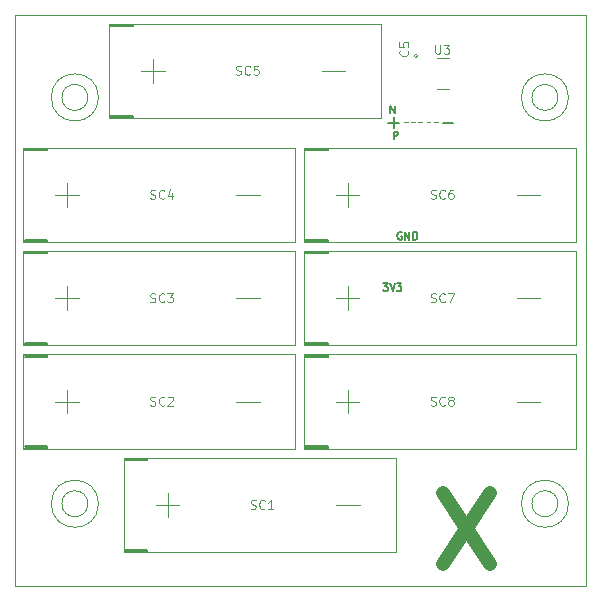
<source format=gbr>
%TF.GenerationSoftware,KiCad,Pcbnew,5.0.2-bee76a0~70~ubuntu18.04.1*%
%TF.CreationDate,2020-02-29T13:17:30-08:00*%
%TF.ProjectId,SolarCellX_v3,536f6c61-7243-4656-9c6c-585f76332e6b,rev?*%
%TF.SameCoordinates,Original*%
%TF.FileFunction,Legend,Top*%
%TF.FilePolarity,Positive*%
%FSLAX46Y46*%
G04 Gerber Fmt 4.6, Leading zero omitted, Abs format (unit mm)*
G04 Created by KiCad (PCBNEW 5.0.2-bee76a0~70~ubuntu18.04.1) date Sat 29 Feb 2020 01:17:30 PM PST*
%MOMM*%
%LPD*%
G01*
G04 APERTURE LIST*
%ADD10C,1.200000*%
%ADD11C,0.127000*%
%ADD12C,0.203200*%
%ADD13C,0.120000*%
%ADD14C,0.050000*%
%ADD15C,0.101600*%
%ADD16C,0.100000*%
G04 APERTURE END LIST*
D10*
X126250000Y-80464285D02*
X130250000Y-86464285D01*
X130250000Y-80464285D02*
X126250000Y-86464285D01*
D11*
X121213809Y-62752261D02*
X121606904Y-62752261D01*
X121395238Y-62994166D01*
X121485952Y-62994166D01*
X121546428Y-63024404D01*
X121576666Y-63054642D01*
X121606904Y-63115119D01*
X121606904Y-63266309D01*
X121576666Y-63326785D01*
X121546428Y-63357023D01*
X121485952Y-63387261D01*
X121304523Y-63387261D01*
X121244047Y-63357023D01*
X121213809Y-63326785D01*
X121788333Y-62752261D02*
X122000000Y-63387261D01*
X122211666Y-62752261D01*
X122362857Y-62752261D02*
X122755952Y-62752261D01*
X122544285Y-62994166D01*
X122635000Y-62994166D01*
X122695476Y-63024404D01*
X122725714Y-63054642D01*
X122755952Y-63115119D01*
X122755952Y-63266309D01*
X122725714Y-63326785D01*
X122695476Y-63357023D01*
X122635000Y-63387261D01*
X122453571Y-63387261D01*
X122393095Y-63357023D01*
X122362857Y-63326785D01*
X122766190Y-58432500D02*
X122705714Y-58402261D01*
X122615000Y-58402261D01*
X122524285Y-58432500D01*
X122463809Y-58492976D01*
X122433571Y-58553452D01*
X122403333Y-58674404D01*
X122403333Y-58765119D01*
X122433571Y-58886071D01*
X122463809Y-58946547D01*
X122524285Y-59007023D01*
X122615000Y-59037261D01*
X122675476Y-59037261D01*
X122766190Y-59007023D01*
X122796428Y-58976785D01*
X122796428Y-58765119D01*
X122675476Y-58765119D01*
X123068571Y-59037261D02*
X123068571Y-58402261D01*
X123431428Y-59037261D01*
X123431428Y-58402261D01*
X123733809Y-59037261D02*
X123733809Y-58402261D01*
X123885000Y-58402261D01*
X123975714Y-58432500D01*
X124036190Y-58492976D01*
X124066428Y-58553452D01*
X124096666Y-58674404D01*
X124096666Y-58765119D01*
X124066428Y-58886071D01*
X124036190Y-58946547D01*
X123975714Y-59007023D01*
X123885000Y-59037261D01*
X123733809Y-59037261D01*
D12*
X126281571Y-49127642D02*
X127152428Y-49127642D01*
D11*
X122083690Y-50537261D02*
X122083690Y-49902261D01*
X122325595Y-49902261D01*
X122386071Y-49932500D01*
X122416309Y-49962738D01*
X122446547Y-50023214D01*
X122446547Y-50113928D01*
X122416309Y-50174404D01*
X122386071Y-50204642D01*
X122325595Y-50234880D01*
X122083690Y-50234880D01*
X122181428Y-47712738D02*
X122181428Y-48347738D01*
X121818571Y-47712738D01*
X121818571Y-48347738D01*
D12*
X121646071Y-49127642D02*
X122516928Y-49127642D01*
X122081500Y-49563071D02*
X122081500Y-48692214D01*
D13*
X123288000Y-49109500D02*
X122970500Y-49109500D01*
X124494500Y-49109500D02*
X124177000Y-49109500D01*
X123542000Y-49109500D02*
X123859500Y-49109500D01*
X124875500Y-49109500D02*
X125193000Y-49109500D01*
X125828000Y-49109500D02*
X125510500Y-49109500D01*
D14*
X96200000Y-47000000D02*
G75*
G03X96200000Y-47000000I-1100000J0D01*
G01*
X97100000Y-81400000D02*
G75*
G03X97100000Y-81400000I-2000000J0D01*
G01*
X136900000Y-81400000D02*
G75*
G03X136900000Y-81400000I-2000000J0D01*
G01*
X136900000Y-47000000D02*
G75*
G03X136900000Y-47000000I-2000000J0D01*
G01*
X97100000Y-47000000D02*
G75*
G03X97100000Y-47000000I-2000000J0D01*
G01*
X96200000Y-81400000D02*
G75*
G03X96200000Y-81400000I-1100000J0D01*
G01*
X136000000Y-81400000D02*
G75*
G03X136000000Y-81400000I-1100000J0D01*
G01*
X136000000Y-47000000D02*
G75*
G03X136000000Y-47000000I-1100000J0D01*
G01*
X90000000Y-88400000D02*
X138400000Y-88400000D01*
X90000000Y-88400000D02*
X90000000Y-40000000D01*
X138400000Y-40000000D02*
X138400000Y-88400000D01*
X90000000Y-40000000D02*
X138400000Y-40000000D01*
D12*
X101250000Y-77600000D02*
X99350000Y-77600000D01*
X101250000Y-77600000D02*
X101250000Y-77700000D01*
X101250000Y-77700000D02*
X99350000Y-77700000D01*
X101250000Y-85300000D02*
X101250000Y-85400000D01*
X101250000Y-85400000D02*
X99350000Y-85400000D01*
X101250000Y-85300000D02*
X99350000Y-85300000D01*
D13*
X117250000Y-81500000D02*
X119250000Y-81500000D01*
X101950000Y-81500000D02*
X103950000Y-81500000D01*
X102950000Y-80500000D02*
X102950000Y-82500000D01*
X99250000Y-85500000D02*
X99250000Y-77500000D01*
X122250000Y-85500000D02*
X99250000Y-85500000D01*
X122250000Y-77500000D02*
X122250000Y-85500000D01*
X99250000Y-77500000D02*
X122250000Y-77500000D01*
X114500000Y-68750000D02*
X137500000Y-68750000D01*
X137500000Y-68750000D02*
X137500000Y-76750000D01*
X137500000Y-76750000D02*
X114500000Y-76750000D01*
X114500000Y-76750000D02*
X114500000Y-68750000D01*
X118200000Y-71750000D02*
X118200000Y-73750000D01*
X117200000Y-72750000D02*
X119200000Y-72750000D01*
X132500000Y-72750000D02*
X134500000Y-72750000D01*
D12*
X116500000Y-76550000D02*
X114600000Y-76550000D01*
X116500000Y-76650000D02*
X114600000Y-76650000D01*
X116500000Y-76550000D02*
X116500000Y-76650000D01*
X116500000Y-68950000D02*
X114600000Y-68950000D01*
X116500000Y-68850000D02*
X116500000Y-68950000D01*
X116500000Y-68850000D02*
X114600000Y-68850000D01*
X116500000Y-60100000D02*
X114600000Y-60100000D01*
X116500000Y-60100000D02*
X116500000Y-60200000D01*
X116500000Y-60200000D02*
X114600000Y-60200000D01*
X116500000Y-67800000D02*
X116500000Y-67900000D01*
X116500000Y-67900000D02*
X114600000Y-67900000D01*
X116500000Y-67800000D02*
X114600000Y-67800000D01*
D13*
X132500000Y-64000000D02*
X134500000Y-64000000D01*
X117200000Y-64000000D02*
X119200000Y-64000000D01*
X118200000Y-63000000D02*
X118200000Y-65000000D01*
X114500000Y-68000000D02*
X114500000Y-60000000D01*
X137500000Y-68000000D02*
X114500000Y-68000000D01*
X137500000Y-60000000D02*
X137500000Y-68000000D01*
X114500000Y-60000000D02*
X137500000Y-60000000D01*
D12*
X116500000Y-51350000D02*
X114600000Y-51350000D01*
X116500000Y-51350000D02*
X116500000Y-51450000D01*
X116500000Y-51450000D02*
X114600000Y-51450000D01*
X116500000Y-59050000D02*
X116500000Y-59150000D01*
X116500000Y-59150000D02*
X114600000Y-59150000D01*
X116500000Y-59050000D02*
X114600000Y-59050000D01*
D13*
X132500000Y-55250000D02*
X134500000Y-55250000D01*
X117200000Y-55250000D02*
X119200000Y-55250000D01*
X118200000Y-54250000D02*
X118200000Y-56250000D01*
X114500000Y-59250000D02*
X114500000Y-51250000D01*
X137500000Y-59250000D02*
X114500000Y-59250000D01*
X137500000Y-51250000D02*
X137500000Y-59250000D01*
X114500000Y-51250000D02*
X137500000Y-51250000D01*
D12*
X100000000Y-40850000D02*
X98100000Y-40850000D01*
X100000000Y-40850000D02*
X100000000Y-40950000D01*
X100000000Y-40950000D02*
X98100000Y-40950000D01*
X100000000Y-48550000D02*
X100000000Y-48650000D01*
X100000000Y-48650000D02*
X98100000Y-48650000D01*
X100000000Y-48550000D02*
X98100000Y-48550000D01*
D13*
X116000000Y-44750000D02*
X118000000Y-44750000D01*
X100700000Y-44750000D02*
X102700000Y-44750000D01*
X101700000Y-43750000D02*
X101700000Y-45750000D01*
X98000000Y-48750000D02*
X98000000Y-40750000D01*
X121000000Y-48750000D02*
X98000000Y-48750000D01*
X121000000Y-40750000D02*
X121000000Y-48750000D01*
X98000000Y-40750000D02*
X121000000Y-40750000D01*
D12*
X92750000Y-51350000D02*
X90850000Y-51350000D01*
X92750000Y-51350000D02*
X92750000Y-51450000D01*
X92750000Y-51450000D02*
X90850000Y-51450000D01*
X92750000Y-59050000D02*
X92750000Y-59150000D01*
X92750000Y-59150000D02*
X90850000Y-59150000D01*
X92750000Y-59050000D02*
X90850000Y-59050000D01*
D13*
X108750000Y-55250000D02*
X110750000Y-55250000D01*
X93450000Y-55250000D02*
X95450000Y-55250000D01*
X94450000Y-54250000D02*
X94450000Y-56250000D01*
X90750000Y-59250000D02*
X90750000Y-51250000D01*
X113750000Y-59250000D02*
X90750000Y-59250000D01*
X113750000Y-51250000D02*
X113750000Y-59250000D01*
X90750000Y-51250000D02*
X113750000Y-51250000D01*
D12*
X92750000Y-60100000D02*
X90850000Y-60100000D01*
X92750000Y-60100000D02*
X92750000Y-60200000D01*
X92750000Y-60200000D02*
X90850000Y-60200000D01*
X92750000Y-67800000D02*
X92750000Y-67900000D01*
X92750000Y-67900000D02*
X90850000Y-67900000D01*
X92750000Y-67800000D02*
X90850000Y-67800000D01*
D13*
X108750000Y-64000000D02*
X110750000Y-64000000D01*
X93450000Y-64000000D02*
X95450000Y-64000000D01*
X94450000Y-63000000D02*
X94450000Y-65000000D01*
X90750000Y-68000000D02*
X90750000Y-60000000D01*
X113750000Y-68000000D02*
X90750000Y-68000000D01*
X113750000Y-60000000D02*
X113750000Y-68000000D01*
X90750000Y-60000000D02*
X113750000Y-60000000D01*
D12*
X92750000Y-68850000D02*
X90850000Y-68850000D01*
X92750000Y-68850000D02*
X92750000Y-68950000D01*
X92750000Y-68950000D02*
X90850000Y-68950000D01*
X92750000Y-76550000D02*
X92750000Y-76650000D01*
X92750000Y-76650000D02*
X90850000Y-76650000D01*
X92750000Y-76550000D02*
X90850000Y-76550000D01*
D13*
X108750000Y-72750000D02*
X110750000Y-72750000D01*
X93450000Y-72750000D02*
X95450000Y-72750000D01*
X94450000Y-71750000D02*
X94450000Y-73750000D01*
X90750000Y-76750000D02*
X90750000Y-68750000D01*
X113750000Y-76750000D02*
X90750000Y-76750000D01*
X113750000Y-68750000D02*
X113750000Y-76750000D01*
X90750000Y-68750000D02*
X113750000Y-68750000D01*
D15*
X123950000Y-43500000D02*
G75*
G02X124050000Y-43500000I50000J0D01*
G01*
X124050000Y-43500000D02*
G75*
G02X123950000Y-43500000I-50000J0D01*
G01*
D16*
X123850000Y-43500000D02*
G75*
G02X124150000Y-43500000I150000J0D01*
G01*
X124150000Y-43500000D02*
G75*
G02X123850000Y-43500000I-150000J0D01*
G01*
X125750000Y-46300000D02*
X126750000Y-46307000D01*
X125750000Y-43700000D02*
X126750000Y-43697000D01*
D15*
X109988428Y-81808428D02*
X110097285Y-81844714D01*
X110278714Y-81844714D01*
X110351285Y-81808428D01*
X110387571Y-81772142D01*
X110423857Y-81699571D01*
X110423857Y-81627000D01*
X110387571Y-81554428D01*
X110351285Y-81518142D01*
X110278714Y-81481857D01*
X110133571Y-81445571D01*
X110061000Y-81409285D01*
X110024714Y-81373000D01*
X109988428Y-81300428D01*
X109988428Y-81227857D01*
X110024714Y-81155285D01*
X110061000Y-81119000D01*
X110133571Y-81082714D01*
X110315000Y-81082714D01*
X110423857Y-81119000D01*
X111185857Y-81772142D02*
X111149571Y-81808428D01*
X111040714Y-81844714D01*
X110968142Y-81844714D01*
X110859285Y-81808428D01*
X110786714Y-81735857D01*
X110750428Y-81663285D01*
X110714142Y-81518142D01*
X110714142Y-81409285D01*
X110750428Y-81264142D01*
X110786714Y-81191571D01*
X110859285Y-81119000D01*
X110968142Y-81082714D01*
X111040714Y-81082714D01*
X111149571Y-81119000D01*
X111185857Y-81155285D01*
X111911571Y-81844714D02*
X111476142Y-81844714D01*
X111693857Y-81844714D02*
X111693857Y-81082714D01*
X111621285Y-81191571D01*
X111548714Y-81264142D01*
X111476142Y-81300428D01*
X125238428Y-73058428D02*
X125347285Y-73094714D01*
X125528714Y-73094714D01*
X125601285Y-73058428D01*
X125637571Y-73022142D01*
X125673857Y-72949571D01*
X125673857Y-72877000D01*
X125637571Y-72804428D01*
X125601285Y-72768142D01*
X125528714Y-72731857D01*
X125383571Y-72695571D01*
X125311000Y-72659285D01*
X125274714Y-72623000D01*
X125238428Y-72550428D01*
X125238428Y-72477857D01*
X125274714Y-72405285D01*
X125311000Y-72369000D01*
X125383571Y-72332714D01*
X125565000Y-72332714D01*
X125673857Y-72369000D01*
X126435857Y-73022142D02*
X126399571Y-73058428D01*
X126290714Y-73094714D01*
X126218142Y-73094714D01*
X126109285Y-73058428D01*
X126036714Y-72985857D01*
X126000428Y-72913285D01*
X125964142Y-72768142D01*
X125964142Y-72659285D01*
X126000428Y-72514142D01*
X126036714Y-72441571D01*
X126109285Y-72369000D01*
X126218142Y-72332714D01*
X126290714Y-72332714D01*
X126399571Y-72369000D01*
X126435857Y-72405285D01*
X126871285Y-72659285D02*
X126798714Y-72623000D01*
X126762428Y-72586714D01*
X126726142Y-72514142D01*
X126726142Y-72477857D01*
X126762428Y-72405285D01*
X126798714Y-72369000D01*
X126871285Y-72332714D01*
X127016428Y-72332714D01*
X127089000Y-72369000D01*
X127125285Y-72405285D01*
X127161571Y-72477857D01*
X127161571Y-72514142D01*
X127125285Y-72586714D01*
X127089000Y-72623000D01*
X127016428Y-72659285D01*
X126871285Y-72659285D01*
X126798714Y-72695571D01*
X126762428Y-72731857D01*
X126726142Y-72804428D01*
X126726142Y-72949571D01*
X126762428Y-73022142D01*
X126798714Y-73058428D01*
X126871285Y-73094714D01*
X127016428Y-73094714D01*
X127089000Y-73058428D01*
X127125285Y-73022142D01*
X127161571Y-72949571D01*
X127161571Y-72804428D01*
X127125285Y-72731857D01*
X127089000Y-72695571D01*
X127016428Y-72659285D01*
X125238428Y-64308428D02*
X125347285Y-64344714D01*
X125528714Y-64344714D01*
X125601285Y-64308428D01*
X125637571Y-64272142D01*
X125673857Y-64199571D01*
X125673857Y-64127000D01*
X125637571Y-64054428D01*
X125601285Y-64018142D01*
X125528714Y-63981857D01*
X125383571Y-63945571D01*
X125311000Y-63909285D01*
X125274714Y-63873000D01*
X125238428Y-63800428D01*
X125238428Y-63727857D01*
X125274714Y-63655285D01*
X125311000Y-63619000D01*
X125383571Y-63582714D01*
X125565000Y-63582714D01*
X125673857Y-63619000D01*
X126435857Y-64272142D02*
X126399571Y-64308428D01*
X126290714Y-64344714D01*
X126218142Y-64344714D01*
X126109285Y-64308428D01*
X126036714Y-64235857D01*
X126000428Y-64163285D01*
X125964142Y-64018142D01*
X125964142Y-63909285D01*
X126000428Y-63764142D01*
X126036714Y-63691571D01*
X126109285Y-63619000D01*
X126218142Y-63582714D01*
X126290714Y-63582714D01*
X126399571Y-63619000D01*
X126435857Y-63655285D01*
X126689857Y-63582714D02*
X127197857Y-63582714D01*
X126871285Y-64344714D01*
X125238428Y-55558428D02*
X125347285Y-55594714D01*
X125528714Y-55594714D01*
X125601285Y-55558428D01*
X125637571Y-55522142D01*
X125673857Y-55449571D01*
X125673857Y-55377000D01*
X125637571Y-55304428D01*
X125601285Y-55268142D01*
X125528714Y-55231857D01*
X125383571Y-55195571D01*
X125311000Y-55159285D01*
X125274714Y-55123000D01*
X125238428Y-55050428D01*
X125238428Y-54977857D01*
X125274714Y-54905285D01*
X125311000Y-54869000D01*
X125383571Y-54832714D01*
X125565000Y-54832714D01*
X125673857Y-54869000D01*
X126435857Y-55522142D02*
X126399571Y-55558428D01*
X126290714Y-55594714D01*
X126218142Y-55594714D01*
X126109285Y-55558428D01*
X126036714Y-55485857D01*
X126000428Y-55413285D01*
X125964142Y-55268142D01*
X125964142Y-55159285D01*
X126000428Y-55014142D01*
X126036714Y-54941571D01*
X126109285Y-54869000D01*
X126218142Y-54832714D01*
X126290714Y-54832714D01*
X126399571Y-54869000D01*
X126435857Y-54905285D01*
X127089000Y-54832714D02*
X126943857Y-54832714D01*
X126871285Y-54869000D01*
X126835000Y-54905285D01*
X126762428Y-55014142D01*
X126726142Y-55159285D01*
X126726142Y-55449571D01*
X126762428Y-55522142D01*
X126798714Y-55558428D01*
X126871285Y-55594714D01*
X127016428Y-55594714D01*
X127089000Y-55558428D01*
X127125285Y-55522142D01*
X127161571Y-55449571D01*
X127161571Y-55268142D01*
X127125285Y-55195571D01*
X127089000Y-55159285D01*
X127016428Y-55123000D01*
X126871285Y-55123000D01*
X126798714Y-55159285D01*
X126762428Y-55195571D01*
X126726142Y-55268142D01*
X108738428Y-45058428D02*
X108847285Y-45094714D01*
X109028714Y-45094714D01*
X109101285Y-45058428D01*
X109137571Y-45022142D01*
X109173857Y-44949571D01*
X109173857Y-44877000D01*
X109137571Y-44804428D01*
X109101285Y-44768142D01*
X109028714Y-44731857D01*
X108883571Y-44695571D01*
X108811000Y-44659285D01*
X108774714Y-44623000D01*
X108738428Y-44550428D01*
X108738428Y-44477857D01*
X108774714Y-44405285D01*
X108811000Y-44369000D01*
X108883571Y-44332714D01*
X109065000Y-44332714D01*
X109173857Y-44369000D01*
X109935857Y-45022142D02*
X109899571Y-45058428D01*
X109790714Y-45094714D01*
X109718142Y-45094714D01*
X109609285Y-45058428D01*
X109536714Y-44985857D01*
X109500428Y-44913285D01*
X109464142Y-44768142D01*
X109464142Y-44659285D01*
X109500428Y-44514142D01*
X109536714Y-44441571D01*
X109609285Y-44369000D01*
X109718142Y-44332714D01*
X109790714Y-44332714D01*
X109899571Y-44369000D01*
X109935857Y-44405285D01*
X110625285Y-44332714D02*
X110262428Y-44332714D01*
X110226142Y-44695571D01*
X110262428Y-44659285D01*
X110335000Y-44623000D01*
X110516428Y-44623000D01*
X110589000Y-44659285D01*
X110625285Y-44695571D01*
X110661571Y-44768142D01*
X110661571Y-44949571D01*
X110625285Y-45022142D01*
X110589000Y-45058428D01*
X110516428Y-45094714D01*
X110335000Y-45094714D01*
X110262428Y-45058428D01*
X110226142Y-45022142D01*
X101488428Y-55558428D02*
X101597285Y-55594714D01*
X101778714Y-55594714D01*
X101851285Y-55558428D01*
X101887571Y-55522142D01*
X101923857Y-55449571D01*
X101923857Y-55377000D01*
X101887571Y-55304428D01*
X101851285Y-55268142D01*
X101778714Y-55231857D01*
X101633571Y-55195571D01*
X101561000Y-55159285D01*
X101524714Y-55123000D01*
X101488428Y-55050428D01*
X101488428Y-54977857D01*
X101524714Y-54905285D01*
X101561000Y-54869000D01*
X101633571Y-54832714D01*
X101815000Y-54832714D01*
X101923857Y-54869000D01*
X102685857Y-55522142D02*
X102649571Y-55558428D01*
X102540714Y-55594714D01*
X102468142Y-55594714D01*
X102359285Y-55558428D01*
X102286714Y-55485857D01*
X102250428Y-55413285D01*
X102214142Y-55268142D01*
X102214142Y-55159285D01*
X102250428Y-55014142D01*
X102286714Y-54941571D01*
X102359285Y-54869000D01*
X102468142Y-54832714D01*
X102540714Y-54832714D01*
X102649571Y-54869000D01*
X102685857Y-54905285D01*
X103339000Y-55086714D02*
X103339000Y-55594714D01*
X103157571Y-54796428D02*
X102976142Y-55340714D01*
X103447857Y-55340714D01*
X101488428Y-64308428D02*
X101597285Y-64344714D01*
X101778714Y-64344714D01*
X101851285Y-64308428D01*
X101887571Y-64272142D01*
X101923857Y-64199571D01*
X101923857Y-64127000D01*
X101887571Y-64054428D01*
X101851285Y-64018142D01*
X101778714Y-63981857D01*
X101633571Y-63945571D01*
X101561000Y-63909285D01*
X101524714Y-63873000D01*
X101488428Y-63800428D01*
X101488428Y-63727857D01*
X101524714Y-63655285D01*
X101561000Y-63619000D01*
X101633571Y-63582714D01*
X101815000Y-63582714D01*
X101923857Y-63619000D01*
X102685857Y-64272142D02*
X102649571Y-64308428D01*
X102540714Y-64344714D01*
X102468142Y-64344714D01*
X102359285Y-64308428D01*
X102286714Y-64235857D01*
X102250428Y-64163285D01*
X102214142Y-64018142D01*
X102214142Y-63909285D01*
X102250428Y-63764142D01*
X102286714Y-63691571D01*
X102359285Y-63619000D01*
X102468142Y-63582714D01*
X102540714Y-63582714D01*
X102649571Y-63619000D01*
X102685857Y-63655285D01*
X102939857Y-63582714D02*
X103411571Y-63582714D01*
X103157571Y-63873000D01*
X103266428Y-63873000D01*
X103339000Y-63909285D01*
X103375285Y-63945571D01*
X103411571Y-64018142D01*
X103411571Y-64199571D01*
X103375285Y-64272142D01*
X103339000Y-64308428D01*
X103266428Y-64344714D01*
X103048714Y-64344714D01*
X102976142Y-64308428D01*
X102939857Y-64272142D01*
X101488428Y-73058428D02*
X101597285Y-73094714D01*
X101778714Y-73094714D01*
X101851285Y-73058428D01*
X101887571Y-73022142D01*
X101923857Y-72949571D01*
X101923857Y-72877000D01*
X101887571Y-72804428D01*
X101851285Y-72768142D01*
X101778714Y-72731857D01*
X101633571Y-72695571D01*
X101561000Y-72659285D01*
X101524714Y-72623000D01*
X101488428Y-72550428D01*
X101488428Y-72477857D01*
X101524714Y-72405285D01*
X101561000Y-72369000D01*
X101633571Y-72332714D01*
X101815000Y-72332714D01*
X101923857Y-72369000D01*
X102685857Y-73022142D02*
X102649571Y-73058428D01*
X102540714Y-73094714D01*
X102468142Y-73094714D01*
X102359285Y-73058428D01*
X102286714Y-72985857D01*
X102250428Y-72913285D01*
X102214142Y-72768142D01*
X102214142Y-72659285D01*
X102250428Y-72514142D01*
X102286714Y-72441571D01*
X102359285Y-72369000D01*
X102468142Y-72332714D01*
X102540714Y-72332714D01*
X102649571Y-72369000D01*
X102685857Y-72405285D01*
X102976142Y-72405285D02*
X103012428Y-72369000D01*
X103085000Y-72332714D01*
X103266428Y-72332714D01*
X103339000Y-72369000D01*
X103375285Y-72405285D01*
X103411571Y-72477857D01*
X103411571Y-72550428D01*
X103375285Y-72659285D01*
X102939857Y-73094714D01*
X103411571Y-73094714D01*
X125605928Y-42550714D02*
X125605928Y-43167571D01*
X125642214Y-43240142D01*
X125678500Y-43276428D01*
X125751071Y-43312714D01*
X125896214Y-43312714D01*
X125968785Y-43276428D01*
X126005071Y-43240142D01*
X126041357Y-43167571D01*
X126041357Y-42550714D01*
X126331642Y-42550714D02*
X126803357Y-42550714D01*
X126549357Y-42841000D01*
X126658214Y-42841000D01*
X126730785Y-42877285D01*
X126767071Y-42913571D01*
X126803357Y-42986142D01*
X126803357Y-43167571D01*
X126767071Y-43240142D01*
X126730785Y-43276428D01*
X126658214Y-43312714D01*
X126440500Y-43312714D01*
X126367928Y-43276428D01*
X126331642Y-43240142D01*
X123272142Y-43035500D02*
X123308428Y-43071785D01*
X123344714Y-43180642D01*
X123344714Y-43253214D01*
X123308428Y-43362071D01*
X123235857Y-43434642D01*
X123163285Y-43470928D01*
X123018142Y-43507214D01*
X122909285Y-43507214D01*
X122764142Y-43470928D01*
X122691571Y-43434642D01*
X122619000Y-43362071D01*
X122582714Y-43253214D01*
X122582714Y-43180642D01*
X122619000Y-43071785D01*
X122655285Y-43035500D01*
X122582714Y-42346071D02*
X122582714Y-42708928D01*
X122945571Y-42745214D01*
X122909285Y-42708928D01*
X122873000Y-42636357D01*
X122873000Y-42454928D01*
X122909285Y-42382357D01*
X122945571Y-42346071D01*
X123018142Y-42309785D01*
X123199571Y-42309785D01*
X123272142Y-42346071D01*
X123308428Y-42382357D01*
X123344714Y-42454928D01*
X123344714Y-42636357D01*
X123308428Y-42708928D01*
X123272142Y-42745214D01*
M02*

</source>
